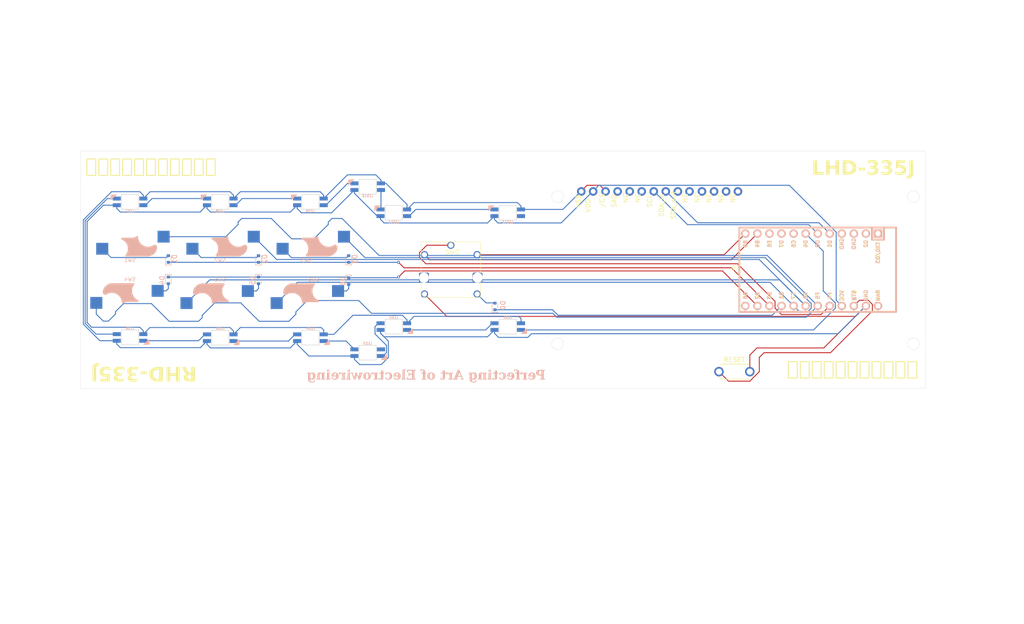
<source format=kicad_pcb>
(kicad_pcb (version 20240108) (generator "pcbnew") (generator_version "8.0")
  (layers (0 "F.Cu" signal) (31 "B.Cu" signal) (34 "B.Paste" user) (35 "F.Paste" user) (36 "B.SilkS" user "B.Silkscreen") (37 "F.SilkS" user "F.Silkscreen") (38 "B.Mask" user) (39 "F.Mask" user) (44 "Edge.Cuts" user))
  (net 0 "")
  (net 1 "Row1")
  (net 2 "Net-(D1-A)")
  (net 3 "Net-(D2-A)")
  (net 4 "Net-(D3-A)")
  (net 5 "Net-(D4-A)")
  (net 6 "Row2")
  (net 7 "Net-(D5-A)")
  (net 8 "Net-(D6-A)")
  (net 9 "Row0")
  (net 10 "LED")
  (net 11 "VCC")
  (net 12 "Net-(LED1-DOUT)")
  (net 13 "GND")
  (net 14 "Net-(LED2-DOUT)")
  (net 15 "Net-(LED3-DOUT)")
  (net 16 "Net-(LED4-DOUT)")
  (net 17 "Net-(LED5-DOUT)")
  (net 18 "Net-(LED6-DOUT)")
  (net 19 "Net-(LED7-DOUT)")
  (net 20 "Net-(LED8-DOUT)")
  (net 21 "Net-(LED10-DIN)")
  (net 22 "Net-(LED10-DOUT)")
  (net 23 "Net-(LED11-DOUT)")
  (net 25 "Col0")
  (net 26 "RE_B")
  (net 27 "RE_A")
  (net 28 "Col1")
  (net 29 "Reset")
  (net 30 "Col2")
  (net 31 "Col3")
  (net 32 "Net-(D0-A)")
  (net 38 "SDA")
  (net 39 "SCL")
  (footprint "Keebio-Parts.pretty-master:ArduinoProMicro" (layer "F.Cu") (at 200.03 75.005 180)
    (property "Reference" "U3" (hide yes))
    (property "Value" "ProMicro" (hide yes))
  )
  (footprint "kbd-main:ResetSW" (layer "F.Cu") (at 183.75 96.5 180)
    (property "Reference" "SW9" (hide yes))
    (property "Value" "SW_PUSH")
  )
  (footprint "AKI-SO1602AWGB:SO1602AWWB-UC-WB-U" (layer "F.Cu") (at 184 75.1)
    (property "Reference" "U1")
    (property "Value" "SO1602AWWB-UC-WB-U")
    (fp_circle (center -37.5 -15.5) (end -36.25 -15.5) (stroke (width 0.05)) (fill none) (layer "Edge.Cuts"))
    (fp_circle (center -37.5 15.5) (end -36.25 15.5) (stroke (width 0.05)) (fill none) (layer "Edge.Cuts"))
    (fp_circle (center 37.5 -15.5) (end 38.75 -15.5) (stroke (width 0.05)) (fill none) (layer "Edge.Cuts"))
    (fp_circle (center 37.5 15.5) (end 38.75 15.5) (stroke (width 0.05)) (fill none) (layer "Edge.Cuts"))
  )
  (footprint "z:EC12D1524406" (layer "F.Cu") (at 124.01 74.99)
    (property "Reference" "SW0")
    (property "Value" "RotaryEncoder_Switch")
  )
  (footprint "kbd-main:keyswitch_cherrymx_hotswap_1u" (layer "B.Cu") (at 56.415 84.54 180)
    (property "Reference" "SW4")
    (property "Value" "SW_PUSH" (hide yes))
  )
  (footprint "kbd-main:YS-SK6812MINI-E" (layer "B.Cu") (at 94.4375 60.7)
    (property "Reference" "LED9")
    (property "Value" "LED_SK6812MINI-E" (hide yes))
    (fp_line (start -1.8 -1.55) (end -1.8 1.55) (stroke (width 0.1)) (layer "Edge.Cuts"))
    (fp_line (start -1.8 1.55) (end 1.8 1.55) (stroke (width 0.1)) (layer "Edge.Cuts"))
    (fp_line (start 1.8 -1.55) (end -1.8 -1.55) (stroke (width 0.1)) (layer "Edge.Cuts"))
    (fp_line (start 1.8 1.55) (end 1.8 -1.55) (stroke (width 0.1)) (layer "Edge.Cuts"))
  )
  (footprint "kbd-main:keyswitch_cherrymx_hotswap_1u" (layer "B.Cu") (at 94.42 65.5)
    (property "Reference" "SW3")
    (property "Value" "SW_PUSH" (hide yes))
  )
  (footprint "kbd-main:YS-SK6812MINI-E" (layer "B.Cu") (at 106.5 57.5)
    (property "Reference" "LED10")
    (property "Value" "LED_SK6812MINI-E" (hide yes))
    (fp_line (start -1.8 -1.55) (end -1.8 1.55) (stroke (width 0.1)) (layer "Edge.Cuts"))
    (fp_line (start -1.8 1.55) (end 1.8 1.55) (stroke (width 0.1)) (layer "Edge.Cuts"))
    (fp_line (start 1.8 -1.55) (end -1.8 -1.55) (stroke (width 0.1)) (layer "Edge.Cuts"))
    (fp_line (start 1.8 1.55) (end 1.8 -1.55) (stroke (width 0.1)) (layer "Edge.Cuts"))
  )
  (footprint "kbd-main:keyswitch_cherrymx_hotswap_1u" (layer "B.Cu") (at 94.415 84.58 180)
    (property "Reference" "SW6")
    (property "Value" "SW_PUSH" (hide yes))
  )
  (footprint "kbd-main:YS-SK6812MINI-E" (layer "B.Cu") (at 75.4375 60.7)
    (property "Reference" "LED8")
    (property "Value" "LED_SK6812MINI-E" (hide yes))
    (fp_line (start -1.8 -1.55) (end -1.8 1.55) (stroke (width 0.1)) (layer "Edge.Cuts"))
    (fp_line (start -1.8 1.55) (end 1.8 1.55) (stroke (width 0.1)) (layer "Edge.Cuts"))
    (fp_line (start 1.8 -1.55) (end -1.8 -1.55) (stroke (width 0.1)) (layer "Edge.Cuts"))
    (fp_line (start 1.8 1.55) (end 1.8 -1.55) (stroke (width 0.1)) (layer "Edge.Cuts"))
  )
  (footprint "Diode_SMD:D_SOD-523" (layer "B.Cu") (at 64.5 77.25 -90)
    (property "Reference" "D4")
    (property "Value" "1N4148WT")
  )
  (footprint "kbd-main:YS-SK6812MINI-E" (layer "B.Cu") (at 56.4375 89.28125 180)
    (property "Reference" "LED6")
    (property "Value" "LED_SK6812MINI-E" (hide yes))
    (fp_line (start 1.8 1.55) (end 1.8 -1.55) (stroke (width 0.1)) (layer "Edge.Cuts"))
    (fp_line (start 1.8 -1.55) (end -1.8 -1.55) (stroke (width 0.1)) (layer "Edge.Cuts"))
    (fp_line (start -1.8 1.55) (end 1.8 1.55) (stroke (width 0.1)) (layer "Edge.Cuts"))
    (fp_line (start -1.8 -1.55) (end -1.8 1.55) (stroke (width 0.1)) (layer "Edge.Cuts"))
  )
  (footprint "kbd-main:keyswitch_cherrymx_hotswap_1u" (layer "B.Cu") (at 75.415 84.58 180)
    (property "Reference" "SW5")
    (property "Value" "SW_PUSH" (hide yes))
  )
  (footprint "Diode_SMD:D_SOD-523" (layer "B.Cu") (at 83.5 77.25 -90)
    (property "Reference" "D5")
    (property "Value" "1N4148WT")
  )
  (footprint "kbd-main:YS-SK6812MINI-E" (layer "B.Cu") (at 94.4375 89.3375 180)
    (property "Reference" "LED4")
    (property "Value" "LED_SK6812MINI-E" (hide yes))
    (fp_line (start 1.8 1.55) (end 1.8 -1.55) (stroke (width 0.1)) (layer "Edge.Cuts"))
    (fp_line (start 1.8 -1.55) (end -1.8 -1.55) (stroke (width 0.1)) (layer "Edge.Cuts"))
    (fp_line (start -1.8 1.55) (end 1.8 1.55) (stroke (width 0.1)) (layer "Edge.Cuts"))
    (fp_line (start -1.8 -1.55) (end -1.8 1.55) (stroke (width 0.1)) (layer "Edge.Cuts"))
  )
  (footprint "kbd-main:keyswitch_cherrymx_hotswap_1u" (layer "B.Cu") (at 56.42 65.5)
    (property "Reference" "SW1")
    (property "Value" "SW_PUSH" (hide yes))
  )
  (footprint "kbd-main:YS-SK6812MINI-E" (layer "B.Cu") (at 75.4375 89.3398 180)
    (property "Reference" "LED5")
    (property "Value" "LED_SK6812MINI-E" (hide yes))
    (fp_line (start 1.8 1.55) (end 1.8 -1.55) (stroke (width 0.1)) (layer "Edge.Cuts"))
    (fp_line (start 1.8 -1.55) (end -1.8 -1.55) (stroke (width 0.1)) (layer "Edge.Cuts"))
    (fp_line (start -1.8 1.55) (end 1.8 1.55) (stroke (width 0.1)) (layer "Edge.Cuts"))
    (fp_line (start -1.8 -1.55) (end -1.8 1.55) (stroke (width 0.1)) (layer "Edge.Cuts"))
  )
  (footprint "kbd-main:YS-SK6812MINI-E" (layer "B.Cu") (at 112 63)
    (property "Reference" "LED11")
    (property "Value" "LED_SK6812MINI-E" (hide yes))
    (fp_line (start -1.8 -1.55) (end -1.8 1.55) (stroke (width 0.1)) (layer "Edge.Cuts"))
    (fp_line (start -1.8 1.55) (end 1.8 1.55) (stroke (width 0.1)) (layer "Edge.Cuts"))
    (fp_line (start 1.8 -1.55) (end -1.8 -1.55) (stroke (width 0.1)) (layer "Edge.Cuts"))
    (fp_line (start 1.8 1.55) (end 1.8 -1.55) (stroke (width 0.1)) (layer "Edge.Cuts"))
  )
  (footprint "kbd-main:YS-SK6812MINI-E" (layer "B.Cu") (at 106.5 92.5 180)
    (property "Reference" "LED3")
    (property "Value" "LED_SK6812MINI-E" (hide yes))
    (fp_line (start 1.8 1.55) (end 1.8 -1.55) (stroke (width 0.1)) (layer "Edge.Cuts"))
    (fp_line (start 1.8 -1.55) (end -1.8 -1.55) (stroke (width 0.1)) (layer "Edge.Cuts"))
    (fp_line (start -1.8 1.55) (end 1.8 1.55) (stroke (width 0.1)) (layer "Edge.Cuts"))
    (fp_line (start -1.8 -1.55) (end -1.8 1.55) (stroke (width 0.1)) (layer "Edge.Cuts"))
  )
  (footprint "Diode_SMD:D_SOD-523" (layer "B.Cu") (at 83.5 72.75 90)
    (property "Reference" "D2")
    (property "Value" "1N4148WT")
  )
  (footprint "Diode_SMD:D_SOD-523" (layer "B.Cu") (at 64.5 72.75 90)
    (property "Reference" "D1")
    (property "Value" "1N4148WT")
  )
  (footprint "Diode_SMD:D_SOD-523" (layer "B.Cu") (at 133.3 82.75 90)
    (property "Reference" "D0")
    (property "Value" "1N4148WT")
  )
  (footprint "kbd-main:YS-SK6812MINI-E" (layer "B.Cu") (at 136 63)
    (property "Reference" "LED12")
    (property "Value" "LED_SK6812MINI-E" (hide yes))
    (fp_line (start -1.8 -1.55) (end -1.8 1.55) (stroke (width 0.1)) (layer "Edge.Cuts"))
    (fp_line (start -1.8 1.55) (end 1.8 1.55) (stroke (width 0.1)) (layer "Edge.Cuts"))
    (fp_line (start 1.8 -1.55) (end -1.8 -1.55) (stroke (width 0.1)) (layer "Edge.Cuts"))
    (fp_line (start 1.8 1.55) (end 1.8 -1.55) (stroke (width 0.1)) (layer "Edge.Cuts"))
  )
  (footprint "kbd-main:YS-SK6812MINI-E" (layer "B.Cu") (at 112 87 180)
    (property "Reference" "LED2")
    (property "Value" "LED_SK6812MINI-E" (hide yes))
    (fp_line (start 1.8 1.55) (end 1.8 -1.55) (stroke (width 0.1)) (layer "Edge.Cuts"))
    (fp_line (start 1.8 -1.55) (end -1.8 -1.55) (stroke (width 0.1)) (layer "Edge.Cuts"))
    (fp_line (start -1.8 1.55) (end 1.8 1.55) (stroke (width 0.1)) (layer "Edge.Cuts"))
    (fp_line (start -1.8 -1.55) (end -1.8 1.55) (stroke (width 0.1)) (layer "Edge.Cuts"))
  )
  (footprint "kbd-main:YS-SK6812MINI-E" (layer "B.Cu") (at 136 87 180)
    (property "Reference" "LED1")
    (property "Value" "LED_SK6812MINI-E" (hide yes))
    (fp_line (start 1.8 1.55) (end 1.8 -1.55) (stroke (width 0.1)) (layer "Edge.Cuts"))
    (fp_line (start 1.8 -1.55) (end -1.8 -1.55) (stroke (width 0.1)) (layer "Edge.Cuts"))
    (fp_line (start -1.8 1.55) (end 1.8 1.55) (stroke (width 0.1)) (layer "Edge.Cuts"))
    (fp_line (start -1.8 -1.55) (end -1.8 1.55) (stroke (width 0.1)) (layer "Edge.Cuts"))
  )
  (footprint "Diode_SMD:D_SOD-523" (layer "B.Cu") (at 102.5 72.75 90)
    (property "Reference" "D3")
    (property "Value" "1N4148WT")
  )
  (footprint "Diode_SMD:D_SOD-523" (layer "B.Cu") (at 102.5 77.40625 -90)
    (property "Reference" "D6")
    (property "Value" "1N4148WT")
  )
  (footprint "kbd-main:keyswitch_cherrymx_hotswap_1u" (layer "B.Cu") (at 75.42 65.5)
    (property "Reference" "SW2")
    (property "Value" "SW_PUSH" (hide yes))
  )
  (footprint "kbd-main:YS-SK6812MINI-E" (layer "B.Cu") (at 56.4375 60.7)
    (property "Reference" "LED7")
    (property "Value" "LED_SK6812MINI-E" (hide yes))
    (fp_line (start -1.8 -1.55) (end -1.8 1.55) (stroke (width 0.1)) (layer "Edge.Cuts"))
    (fp_line (start -1.8 1.55) (end 1.8 1.55) (stroke (width 0.1)) (layer "Edge.Cuts"))
    (fp_line (start 1.8 -1.55) (end -1.8 -1.55) (stroke (width 0.1)) (layer "Edge.Cuts"))
    (fp_line (start 1.8 1.55) (end 1.8 -1.55) (stroke (width 0.1)) (layer "Edge.Cuts"))
  )
  (gr_rect (start 46 50) (end 224 100) (stroke (width 0.05)) (fill none) (layer "Edge.Cuts"))
  (gr_text "Perfecting Art of Electrowireing" (at 144 98.5 0) (layer "B.SilkS") (effects (font (size 2 2) (thickness 0.3) (bold yes)) (justify left bottom mirror)))
  (gr_text "NC" (at 174 61 90) (layer "F.SilkS") (effects (font (size 1 1)) (justify left bottom)))
  (gr_text "NC" (at 179 61 90) (layer "F.SilkS") (effects (font (size 1 1)) (justify left bottom)))
  (gr_text "ﾉﾉﾉﾉﾉアﾉﾚパイソ" (at 47 55 0) (layer "F.SilkS") (effects (font (size 3 3) (thickness 0.6) (bold yes) (italic yes)) (justify left bottom)))
  (gr_text "SCL" (at 166.5 62 90) (layer "F.SilkS") (effects (font (size 1 1)) (justify left bottom)))
  (gr_text "NC" (at 164 61 90) (layer "F.SilkS") (effects (font (size 1 1)) (justify left bottom)))
  (gr_text "NC" (at 176.5 61 90) (layer "F.SilkS") (effects (font (size 1 1)) (justify left bottom)))
  (gr_text "NC" (at 184 61 90) (layer "F.SilkS") (effects (font (size 1 1)) (justify left bottom)))
  (gr_text "VSS" (at 151.5 62 90) (layer "F.SilkS") (effects (font (size 1 1)) (justify left bottom)))
  (gr_text "SDA_out" (at 171.5 64.5 90) (layer "F.SilkS") (effects (font (size 1 1)) (justify left bottom)))
  (gr_text "SDA_in" (at 169 64 90) (layer "F.SilkS") (effects (font (size 1 1)) (justify left bottom)))
  (gr_text "VDD" (at 153.5 63 90) (layer "F.SilkS") (effects (font (size 1 1)) (justify left bottom)))
  (gr_text "LHD-335J" (at 200 55.5 0) (layer "F.SilkS") (effects (font (size 3 3) (thickness 0.3) (bold yes)) (justify left bottom)))
  (gr_text "SA0" (at 159 62 90) (layer "F.SilkS") (effects (font (size 1 1)) (justify left bottom)))
  (gr_text "/CS" (at 156.5 62 90) (layer "F.SilkS") (effects (font (size 1 1)) (justify left bottom)))
  (gr_text "ﾉﾉﾉﾉﾉアﾉﾚパイソ" (at 222.5 94.5 180) (layer "F.SilkS") (effects (font (size 3 3) (thickness 0.3) (bold yes) (italic yes)) (justify left bottom)))
  (gr_text "NC" (at 161.5 61 90) (layer "F.SilkS") (effects (font (size 1 1)) (justify left bottom)))
  (gr_text "RHD-335J" (at 70.5 95 180) (layer "F.SilkS") (effects (font (size 3 3) (thickness 0.3) (bold yes)) (justify left bottom)))
  (gr_text "NC" (at 181.5 61 90) (layer "F.SilkS") (effects (font (size 1 1)) (justify left bottom)))
  (segment (start 113 73.45) (end 114.15 74.6) (width 0.2) (layer "F.Cu") (net 1))
  (segment (start 191.14 82.625) (end 183.7575 75.2425) (width 0.2) (layer "F.Cu") (net 1))
  (segment (start 114.15 74.6) (end 183.115 74.6) (width 0.2) (layer "F.Cu") (net 1))
  (segment (start 183.115 74.6) (end 183.7575 75.2425) (width 0.2) (layer "F.Cu") (net 1))
  (via (at 113 73.45) (size 0.6) (drill 0.3) (layers "F.Cu" "B.Cu") (net 1))
  (segment (start 64.5 73.45) (end 83.5 73.45) (width 0.2) (layer "B.Cu") (net 1))
  (segment (start 102.5 73.45) (end 83.5 73.45) (width 0.2) (layer "B.Cu") (net 1))
  (segment (start 113 73.45) (end 102.5 73.45) (width 0.2) (layer "B.Cu") (net 1))
  (segment (start 52.428 72.43) (end 64.12 72.43) (width 0.2) (layer "B.Cu") (net 2))
  (segment (start 50.578 70.58) (end 52.428 72.43) (width 0.2) (layer "B.Cu") (net 2))
  (segment (start 64.12 72.43) (end 64.5 72.05) (width 0.2) (layer "B.Cu") (net 2))
  (segment (start 69.578 70.58) (end 71.428 72.43) (width 0.2) (layer "B.Cu") (net 3))
  (segment (start 71.428 72.43) (end 83.12 72.43) (width 0.2) (layer "B.Cu") (net 3))
  (segment (start 83.12 72.43) (end 83.5 72.05) (width 0.2) (layer "B.Cu") (net 3))
  (segment (start 88.578 70.58) (end 88.578 71.728) (width 0.2) (layer "B.Cu") (net 4))
  (segment (start 102.1 72.45) (end 102.5 72.05) (width 0.2) (layer "B.Cu") (net 4))
  (segment (start 88.578 70.58) (end 90.448 72.45) (width 0.2) (layer "B.Cu") (net 4))
  (segment (start 90.448 72.45) (end 102.1 72.45) (width 0.2) (layer "B.Cu") (net 4))
  (segment (start 62.257 79.46) (end 64.04 79.46) (width 0.2) (layer "B.Cu") (net 5))
  (segment (start 64.04 79.46) (end 64.5 79) (width 0.2) (layer "B.Cu") (net 5))
  (segment (start 64.5 79) (end 64.5 77.95) (width 0.2) (layer "B.Cu") (net 5))
  (segment (start 181.24 75.265) (end 188.6 82.625) (width 0.2) (layer "F.Cu") (net 6))
  (segment (start 113 76.55) (end 114.285 75.265) (width 0.2) (layer "F.Cu") (net 6))
  (segment (start 114.285 75.265) (end 181.24 75.265) (width 0.2) (layer "F.Cu") (net 6))
  (via (at 113 76.55) (size 0.6) (drill 0.3) (layers "F.Cu" "B.Cu") (net 6))
  (segment (start 64.5 76.55) (end 83.5 76.55) (width 0.2) (layer "B.Cu") (net 6))
  (segment (start 102.34375 76.55) (end 102.5 76.70625) (width 0.2) (layer "B.Cu") (net 6))
  (segment (start 83.5 76.55) (end 102.34375 76.55) (width 0.2) (layer "B.Cu") (net 6))
  (segment (start 112.84375 76.70625) (end 113 76.55) (width 0.2) (layer "B.Cu") (net 6))
  (segment (start 102.5 76.70625) (end 112.84375 76.70625) (width 0.2) (layer "B.Cu") (net 6))
  (segment (start 83 79.5) (end 83.5 79) (width 0.2) (layer "B.Cu") (net 7))
  (segment (start 81.257 79.5) (end 83 79.5) (width 0.2) (layer "B.Cu") (net 7))
  (segment (start 83.5 79) (end 83.5 77.95) (width 0.2) (layer "B.Cu") (net 7))
  (segment (start 100.257 79.5) (end 102 79.5) (width 0.2) (layer "B.Cu") (net 8))
  (segment (start 102.5 79) (end 102.5 78.10625) (width 0.2) (layer "B.Cu") (net 8))
  (segment (start 102 79.5) (end 102.5 79) (width 0.2) (layer "B.Cu") (net 8))
  (segment (start 145.45 83.45) (end 146.6 84.6) (width 0.2) (layer "B.Cu") (net 9))
  (segment (start 191.705 84.6) (end 193.68 82.625) (width 0.2) (layer "B.Cu") (net 9))
  (segment (start 146.6 84.6) (end 191.705 84.6) (width 0.2) (layer "B.Cu") (net 9))
  (segment (start 133.3 83.45) (end 145.45 83.45) (width 0.2) (layer "B.Cu") (net 9))
  (segment (start 138.8 87.7) (end 200.42854 87.7) (width 0.2) (layer "B.Cu") (net 10))
  (segment (start 202.4763 79.4763) (end 202.4763 71.1013) (width 0.2) (layer "B.Cu") (net 10))
  (segment (start 205.0163 82.0163) (end 202.4763 79.4763) (width 0.2) (layer "B.Cu") (net 10))
  (segment (start 202.4763 71.1013) (end 198.76 67.385) (width 0.2) (layer "B.Cu") (net 10))
  (segment (start 200.42854 87.7) (end 205.0163 83.11224) (width 0.2) (layer "B.Cu") (net 10))
  (segment (start 205.0163 83.11224) (end 205.0163 82.0163) (width 0.2) (layer "B.Cu") (net 10))
  (segment (start 131.75 65.15) (end 109.951472 65.15) (width 0.2) (layer "B.Cu") (net 11))
  (segment (start 60.62895 87.1898) (end 77.486028 87.1898) (width 0.2) (layer "B.Cu") (net 11))
  (segment (start 103.7 58.898528) (end 103.7 58.2) (width 0.2) (layer "B.Cu") (net 11))
  (segment (start 113.799828 84.6013) (end 103.3987 84.6013) (width 0.2) (layer "B.Cu") (net 11))
  (segment (start 109.2 64.398528) (end 109.2 63.7) (width 0.2) (layer "B.Cu") (net 11))
  (segment (start 54.388972 62.85) (end 53.6375 62.098528) (width 0.2) (layer "B.Cu") (net 11))
  (segment (start 72.6375 62.098528) (end 72.6375 61.4) (width 0.2) (layer "B.Cu") (net 11))
  (segment (start 109.951472 65.15) (end 109.2 64.398528) (width 0.2) (layer "B.Cu") (net 11))
  (segment (start 195.31854 57.2) (end 205.2037 67.08516) (width 0.2) (layer "B.Cu") (net 11))
  (segment (start 108.501472 63.7) (end 103.7 58.898528) (width 0.2) (layer "B.Cu") (net 11))
  (segment (start 91.6375 62.098528) (end 92.538972 63) (width 0.2) (layer "B.Cu") (net 11))
  (segment (start 116.25 84.85) (end 138.35 84.85) (width 0.2) (layer "B.Cu") (net 11))
  (segment (start 98.9 63) (end 103.7 58.2) (width 0.2) (layer "B.Cu") (net 11))
  (segment (start 53.6375 62.098528) (end 53.6375 61.4) (width 0.2) (layer "B.Cu") (net 11))
  (segment (start 58.486028 87.13125) (end 59.2375 87.882722) (width 0.2) (layer "B.Cu") (net 11))
  (segment (start 114.8 86.3) (end 116.25 84.85) (width 0.2) (layer "B.Cu") (net 11))
  (segment (start 97.2375 87.7375) (end 97.2375 88.6375) (width 0.2) (layer "B.Cu") (net 11))
  (segment (start 138.8 85.3) (end 138.8 86.3) (width 0.2) (layer "B.Cu") (net 11))
  (segment (start 103.3987 84.6013) (end 99.3625 88.6375) (width 0.2) (layer "B.Cu") (net 11))
  (segment (start 154 58.4) (end 155.2 57.2) (width 0.2) (layer "B.Cu") (net 11))
  (segment (start 109.2 63.7) (end 108.501472 63.7) (width 0.2) (layer "B.Cu") (net 11))
  (segment (start 90.1875 62.85) (end 73.388972 62.85) (width 0.2) (layer "B.Cu") (net 11))
  (segment (start 73.388972 62.85) (end 72.6375 62.098528) (width 0.2) (layer "B.Cu") (net 11))
  (segment (start 53.6375 61.4) (end 50.831372 61.4) (width 0.2) (layer "B.Cu") (net 11))
  (segment (start 205.2037 67.08516) (end 205.2037 81.4487) (width 0.2) (layer "B.Cu") (net 11))
  (segment (start 71.1875 62.85) (end 54.388972 62.85) (width 0.2) (layer "B.Cu") (net 11))
  (segment (start 133.2 64.398528) (end 133.951472 65.15) (width 0.2) (layer "B.Cu") (net 11))
  (segment (start 96.6875 87.1875) (end 97.2375 87.7375) (width 0.2) (layer "B.Cu") (net 11))
  (segment (start 50.831372 61.4) (end 47.4 64.831372) (width 0.2) (layer "B.Cu") (net 11))
  (segment (start 78.2375 88.6398) (end 79.6898 87.1875) (width 0.2) (layer "B.Cu") (net 11))
  (segment (start 77.486028 87.1898) (end 78.2375 87.941272) (width 0.2) (layer "B.Cu") (net 11))
  (segment (start 147.25 65.15) (end 154 58.4) (width 0.2) (layer "B.Cu") (net 11))
  (segment (start 91.6375 61.4) (end 90.1875 62.85) (width 0.2) (layer "B.Cu") (net 11))
  (segment (start 59.2375 88.58125) (end 60.62895 87.1898) (width 0.2) (layer "B.Cu") (net 11))
  (segment (start 92.538972 63) (end 98.9 63) (width 0.2) (layer "B.Cu") (net 11))
  (segment (start 114.8 85.601472) (end 113.799828 84.6013) (width 0.2) (layer "B.Cu") (net 11))
  (segment (start 133.2 63.7) (end 131.75 65.15) (width 0.2) (layer "B.Cu") (net 11))
  (segment (start 48.362622 87.13125) (end 58.486028 87.13125) (width 0.2) (layer "B.Cu") (net 11))
  (segment (start 133.2 63.7) (end 133.2 64.398528) (width 0.2) (layer "B.Cu") (net 11))
  (segment (start 72.6375 61.4) (end 71.1875 62.85) (width 0.2) (layer "B.Cu") (net 11))
  (segment (start 47.4 64.831372) (end 47.4 86.168628) (width 0.2) (layer "B.Cu") (net 11))
  (segment (start 138.35 84.85) (end 138.8 85.3) (width 0.2) (layer "B.Cu") (net 11))
  (segment (start 155.2 57.2) (end 195.31854 57.2) (width 0.2) (layer "B.Cu") (net 11))
  (segment (start 99.3625 88.6375) (end 97.2375 88.6375) (width 0.2) (layer "B.Cu") (net 11))
  (segment (start 91.6375 61.4) (end 91.6375 62.098528) (width 0.2) (layer "B.Cu") (net 11))
  (segment (start 59.2375 87.882722) (end 59.2375 88.58125) (width 0.2) (layer "B.Cu") (net 11))
  (segment (start 47.4 86.168628) (end 48.362622 87.13125) (width 0.2) (layer "B.Cu") (net 11))
  (segment (start 79.6898 87.1875) (end 96.6875 87.1875) (width 0.2) (layer "B.Cu") (net 11))
  (segment (start 205.2037 81.4487) (end 206.38 82.625) (width 0.2) (layer "B.Cu") (net 11))
  (segment (start 133.951472 65.15) (end 147.25 65.15) (width 0.2) (layer "B.Cu") (net 11))
  (segment (start 114.8 86.3) (end 114.8 85.601472) (width 0.2) (layer "B.Cu") (net 11))
  (segment (start 78.2375 87.941272) (end 78.2375 88.6398) (width 0.2) (layer "B.Cu") (net 11))
  (segment (start 132.7625 86.3) (end 131.3625 87.7) (width 0.2) (layer "B.Cu") (net 12))
  (segment (start 131.3625 87.7) (end 114.8 87.7) (width 0.2) (layer "B.Cu") (net 12))
  (segment (start 133.2 86.3) (end 132.7625 86.3) (width 0.2) (layer "B.Cu") (net 12))
  (segment (start 187 96.5) (end 187 93) (width 0.2) (layer "F.Cu") (net 13))
  (segment (start 188.5 91.5) (end 202.585 91.5) (width 0.2) (layer "F.Cu") (net 13))
  (segment (start 151.5 58.4) (end 152.7 57.2) (width 0.2) (layer "F.Cu") (net 13))
  (segment (start 202.585 91.5) (end 211.46 82.625) (width 0.2) (layer "F.Cu") (net 13))
  (segment (start 123.17 84.85) (end 209.235 84.85) (width 0.2) (layer "F.Cu") (net 13))
  (segment (start 155.4155 57.2) (end 156.6155 58.4) (width 0.2) (layer "F.Cu") (net 13))
  (segment (start 152.7 57.2) (end 155.4155 57.2) (width 0.2) (layer "F.Cu") (net 13))
  (segment (start 187 93) (end 188.5 91.5) (width 0.2) (layer "F.Cu") (net 13))
  (segment (start 209.235 84.85) (end 211.46 82.625) (width 0.2) (layer "F.Cu") (net 13))
  (segment (start 118.46 80.14) (end 123.17 84.85) (width 0.2) (layer "F.Cu") (net 13))
  (segment (start 97.2375 60) (end 97.2375 59.301472) (width 0.2) (layer "B.Cu") (net 13))
  (segment (start 109.951472 89.15) (end 131.75 89.15) (width 0.2) (layer "B.Cu") (net 13))
  (segment (start 53.6375 89.98125) (end 53.6375 90.679778) (width 0.2) (layer "B.Cu") (net 13))
  (segment (start 138.048528 60.85) (end 116.25 60.85) (width 0.2) (layer "B.Cu") (net 13))
  (segment (start 59.2375 59.301472) (end 58.486028 58.55) (width 0.2) (layer "B.Cu") (net 13))
  (segment (start 46.6 86.5) (end 50.08125 89.98125) (width 0.2) (layer "B.Cu") (net 13))
  (segment (start 90.1852 91.4898) (end 91.6375 90.0375) (width 0.2) (layer "B.Cu") (net 13))
  (segment (start 109.3 56.101472) (end 108.198528 55) (width 0.2) (layer "B.Cu") (net 13))
  (segment (start 79.6875 58.55) (end 78.2375 60) (width 0.2) (layer "B.Cu") (net 13))
  (segment (start 78.2375 59.301472) (end 77.486028 58.55) (width 0.2) (layer "B.Cu") (net 13))
  (segment (start 104.801472 95) (end 109.3625 95) (width 0.2) (layer "B.Cu") (net 13))
  (segment (start 58.486028 58.55) (end 52.55 58.55) (width 0.2) (layer "B.Cu") (net 13))
  (segment (start 138.8 62.3) (end 147.6 62.3) (width 0.2) (layer "B.Cu") (net 13))
  (segment (start 60.6875 58.55) (end 59.2375 60) (width 0.2) (layer "B.Cu") (net 13))
  (segment (start 114.8 61.25) (end 110.35 56.8) (width 0.2) (layer "B.Cu") (net 13))
  (segment (start 109.2 88.398528) (end 109.951472 89.15) (width 0.2) (layer "B.Cu") (net 13))
  (segment (start 110.5 93.8625) (end 110.85 93.5125) (width 0.2) (layer "B.Cu") (net 13))
  (segment (start 109.2 88.398528) (end 109.2 87.7) (width 0.2) (layer "B.Cu") (net 13))
  (segment (start 96.486028 58.55) (end 79.6875 58.55) (width 0.2) (layer "B.Cu") (net 13))
  (segment (start 78.2375 60) (end 78.2375 59.301472) (width 0.2) (layer "B.Cu") (net 13))
  (segment (start 138.8 61.601472) (end 138.048528 60.85) (width 0.2) (layer "B.Cu") (net 13))
  (segment (start 50.08125 89.98125) (end 53.6375 89.98125) (width 0.2) (layer "B.Cu") (net 13))
  (segment (start 52.55 58.55) (end 46.6 64.5) (width 0.2) (layer "B.Cu") (net 13))
  (segment (start 131.75 89.15) (end 133.2 87.7) (width 0.2) (layer "B.Cu") (net 13))
  (segment (start 77.486028 58.55) (end 60.6875 58.55) (width 0.2) (layer "B.Cu") (net 13))
  (segment (start 116.25 60.85) (end 114.8 62.3) (width 0.2) (layer "B.Cu") (net 13))
  (segment (start 97.2375 59.301472) (end 96.486028 58.55) (width 0.2) (layer "B.Cu") (net 13))
  (segment (start 140.223748 89.276252) (end 141 88.5) (width 0.2) (layer "B.Cu") (net 13))
  (segment (start 114.8 62.3) (end 114.8 61.25) (width 0.2) (layer "B.Cu") (net 13))
  (segment (start 103.7 93.898528) (end 104.801472 95) (width 0.2) (layer "B.Cu") (net 13))
  (segment (start 53.6375 90.679778) (end 54.388972 91.43125) (width 0.2) (layer "B.Cu") (net 13))
  (segment (start 91.6375 90.736028) (end 94.101472 93.2) (width 0.2) (layer "B.Cu") (net 13))
  (segment (start 108.198528 55) (end 102.2375 55) (width 0.2) (layer "B.Cu") (net 13))
  (segment (start 109.3625 95) (end 110.5 93.8625) (width 0.2) (layer "B.Cu") (net 13))
  (segment (start 54.388972 91.43125) (end 71.24605 91.43125) (width 0.2) (layer "B.Cu") (net 13))
  (segment (start 110.35 56.8) (end 109.3 56.8) (width 0.2) (layer "B.Cu") (net 13))
  (segment (start 102.2375 55) (end 97.2375 60) (width 0.2) (layer "B.Cu") (net 13))
  (segment (start 110.85 90.048528) (end 109.2 88.398528) (width 0.2) (layer "B.Cu") (net 13))
  (segment (start 109.3 56.8) (end 109.3 56.101472) (width 0.2) (layer "B.Cu") (net 13))
  (segment (start 72.6375 90.0398) (end 72.6375 90.738328) (width 0.2) (layer "B.Cu") (net 13))
  (segment (start 94.101472 93.2) (end 103.7 93.2) (width 0.2) (layer "B.Cu") (net 13))
  (segment (start 46.6 64.5) (end 46.6 86.5) (width 0.2) (layer "B.Cu") (net 13))
  (segment (start 133.2 88.398528) (end 134.077724 89.276252) (width 0.2) (layer "B.Cu") (net 13))
  (segment (start 205.585 88.5) (end 211.46 82.625) (width 0.2) (layer "B.Cu") (net 13))
  (segment (start 134.077724 89.276252) (end 140.223748 89.276252) (width 0.2) (layer "B.Cu") (net 13))
  (segment (start 147.6 62.3) (end 151.5 58.4) (width 0.2) (layer "B.Cu") (net 13))
  (segment (start 72.6375 90.738328) (end 73.388972 91.4898) (width 0.2) (layer "B.Cu") (net 13))
  (segment (start 141 88.5) (end 205.585 88.5) (width 0.2) (layer "B.Cu") (net 13))
  (segment (start 91.6375 90.0375) (end 91.6375 90.736028) (width 0.2) (layer "B.Cu") (net 13))
  (segment (start 133.2 87.7) (end 133.2 88.398528) (width 0.2) (layer "B.Cu") (net 13))
  (segment (start 59.2375 60) (end 59.2375 59.301472) (width 0.2) (layer "B.Cu") (net 13))
  (segment (start 110.85 93.5125) (end 110.85 90.048528) (width 0.2) (layer "B.Cu") (net 13))
  (segment (start 73.388972 91.4898) (end 90.1852 91.4898) (width 0.2) (layer "B.Cu") (net 13))
  (segment (start 103.7 93.2) (end 103.7 93.898528) (width 0.2) (layer "B.Cu") (net 13))
  (segment (start 138.8 62.3) (end 138.8 61.601472) (width 0.2) (layer "B.Cu") (net 13))
  (segment (start 71.24605 91.43125) (end 72.6375 90.0398) (width 0.2) (layer "B.Cu") (net 13))
  (segment (start 109.3 93.2) (end 109.7375 93.2) (width 0.2) (layer "B.Cu") (net 14))
  (segment (start 109.7375 93.2) (end 110.45 92.4875) (width 0.2) (layer "B.Cu") (net 14))
  (segment (start 108.05 87.0125) (end 108.7625 86.3) (width 0.2) (layer "B.Cu") (net 14))
  (segment (start 110.45 92.4875) (end 110.45 90.95) (width 0.2) (layer "B.Cu") (net 14))
  (segment (start 108.05 88.55) (end 108.05 87.0125) (width 0.2) (layer "B.Cu") (net 14))
  (segment (start 110.45 90.95) (end 108.05 88.55) (width 0.2) (layer "B.Cu") (net 14))
  (segment (start 108.7625 86.3) (end 109.2 86.3) (width 0.2) (layer "B.Cu") (net 14))
  (segment (start 97.2375 90.0375) (end 101.9375 90.0375) (width 0.2) (layer "B.Cu") (net 15))
  (segment (start 101.9375 90.0375) (end 103.7 91.8) (width 0.2) (layer "B.Cu") (net 15))
  (segment (start 91.2 88.6375) (end 89.7977 90.0398) (width 0.2) (layer "B.Cu") (net 16))
  (segment (start 89.7977 90.0398) (end 78.2375 90.0398) (width 0.2) (layer "B.Cu") (net 16))
  (segment (start 91.6375 88.6375) (end 91.2 88.6375) (width 0.2) (layer "B.Cu") (net 16))
  (segment (start 70.85855 89.98125) (end 59.2375 89.98125) (width 0.2) (layer "B.Cu") (net 17))
  (segment (start 72.6375 88.6398) (end 72.2 88.6398) (width 0.2) (layer "B.Cu") (net 17))
  (segment (start 72.2 88.6398) (end 70.85855 89.98125) (width 0.2) (layer "B.Cu") (net 17))
  (segment (start 53.6375 60) (end 51.665686 60) (width 0.2) (layer "B.Cu") (net 18))
  (segment (start 49.246936 88.58125) (end 53.6375 88.58125) (width 0.2) (layer "B.Cu") (net 18))
  (segment (start 51.665686 60) (end 47 64.665686) (width 0.2) (layer "B.Cu") (net 18))
  (segment (start 47 86.334314) (end 49.246936 88.58125) (width 0.2) (layer "B.Cu") (net 18))
  (segment (start 47 64.665686) (end 47 86.334314) (width 0.2) (layer "B.Cu") (net 18))
  (segment (start 59.2375 61.4) (end 59.675 61.4) (width 0.2) (layer "B.Cu") (net 19))
  (segment (start 59.675 61.4) (end 61.075 60) (width 0.2) (layer "B.Cu") (net 19))
  (segment (start 61.075 60) (end 72.6375 60) (width 0.2) (layer "B.Cu") (net 19))
  (segment (start 78.2375 61.4) (end 78.675 61.4) (width 0.2) (layer "B.Cu") (net 20))
  (segment (start 80.075 60) (end 91.6375 60) (width 0.2) (layer "B.Cu") (net 20))
  (segment (start 78.675 61.4) (end 80.075 60) (width 0.2) (layer "B.Cu") (net 20))
  (segment (start 97.2375 61.4) (end 97.675 61.4) (width 0.2) (layer "B.Cu") (net 21))
  (segment (start 102.275 56.8) (end 103.7 56.8) (width 0.2) (layer "B.Cu") (net 21))
  (segment (start 97.675 61.4) (end 102.275 56.8) (width 0.2) (layer "B.Cu") (net 21))
  (segment (start 109.3 58.2) (end 109.3 62.2) (width 0.2) (layer "B.Cu") (net 22))
  (segment (start 109.3 62.2) (end 109.2 62.3) (width 0.2) (layer "B.Cu") (net 22))
  (segment (start 116.6375 62.3) (end 133.2 62.3) (width 0.2) (layer "B.Cu") (net 23))
  (segment (start 115.2375 63.7) (end 116.6375 62.3) (width 0.2) (layer "B.Cu") (net 23))
  (segment (start 114.8 63.7) (end 115.2375 63.7) (width 0.2) (layer "B.Cu") (net 23))
  (segment (start 184.39854 73.75) (end 192.3163 81.66776) (width 0.2) (layer "F.Cu") (net 25))
  (segment (start 193.65406 84.45) (end 202.015 84.45) (width 0.2) (layer "F.Cu") (net 25))
  (segment (start 117.398 72.398) (end 118.75 73.75) (width 0.2) (layer "F.Cu") (net 25))
  (segment (start 124.01 69.84) (end 118.958105 69.84) (width 0.2) (layer "F.Cu") (net 25))
  (segment (start 118.75 73.75) (end 184.39854 73.75) (width 0.2) (layer "F.Cu") (net 25))
  (segment (start 192.3163 81.66776) (end 192.3163 83.11224) (width 0.2) (layer "F.Cu") (net 25))
  (segment (start 202.015 84.45) (end 203.84 82.625) (width 0.2) (layer "F.Cu") (net 25))
  (segment (start 117.398 71.400105) (end 117.398 72.398) (width 0.2) (layer "F.Cu") (net 25))
  (segment (start 192.3163 83.11224) (end 193.65406 84.45) (width 0.2) (layer "F.Cu") (net 25))
  (segment (start 118.958105 69.84) (end 117.398 71.400105) (width 0.2) (layer "F.Cu") (net 25))
  (segment (start 181.605 71.84) (end 186.06 67.385) (width 0.2) (layer "F.Cu") (net 26))
  (segment (start 129.56 71.84) (end 129.56 71.94) (width 0.2) (layer "F.Cu") (net 26))
  (segment (start 129.56 71.94) (end 129.5 72) (width 0.2) (layer "F.Cu") (net 26))
  (segment (start 129.56 71.84) (end 181.605 71.84) (width 0.2) (layer "F.Cu") (net 26))
  (segment (start 118.46 71.84) (end 119.522 72.902) (width 0.2) (layer "F.Cu") (net 27))
  (segment (start 183.083 72.902) (end 188.6 67.385) (width 0.2) (layer "F.Cu") (net 27))
  (segment (start 119.522 72.902) (end 183.083 72.902) (width 0.2) (layer "F.Cu") (net 27))
  (segment (start 79.2 64.961522) (end 79.961522 64.2) (width 0.2) (layer "B.Cu") (net 28))
  (segment (start 91.371295 83.89) (end 91.371295 84.382183) (width 0.2) (layer "B.Cu") (net 28))
  (segment (start 190.675 72) (end 201.3 82.625) (width 0.2) (layer "B.Cu") (net 28))
  (segment (start 50.796522 85.84) (end 49.33 84.373478) (width 0.2) (layer "B.Cu") (net 28))
  (segment (start 63.505 68.04) (end 76.613705 68.04) (width 0.2) (layer "B.Cu") (net 28))
  (segment (start 60.933478 82.14) (end 55.081295 82.14) (width 0.2) (layer "B.Cu") (net 28))
  (segment (start 74.261295 82) (end 71.635 84.626295) (width 0.2) (layer "B.Cu") (net 28))
  (segment (start 79.961522 64.2) (end 86.201522 64.2) (width 0.2) (layer "B.Cu") (net 28))
  (segment (start 198.925 85) (end 146.2987 85) (width 0.2) (layer "B.Cu") (net 28))
  (segment (start 201.3 82.625) (end 198.925 85) (width 0.2) (layer "B.Cu") (net 28))
  (segment (start 55.081295 82.14) (end 53.371295 83.85) (width 0.2) (layer "B.Cu") (net 28))
  (segment (start 86.201522 64.2) (end 90.501522 68.5) (width 0.2) (layer "B.Cu") (net 28))
  (segment (start 98.2 65.453705) (end 98.2 64.961522) (width 0.2) (layer "B.Cu") (net 28))
  (segment (start 53.371295 83.85) (end 53.371295 84.342183) (width 0.2) (layer "B.Cu") (net 28))
  (segment (start 79.2 65.453705) (end 79.2 64.961522) (width 0.2) (layer "B.Cu") (net 28))
  (segment (start 49.33 84.373478) (end 49.33 82) (width 0.2) (layer "B.Cu") (net 28))
  (segment (start 107.2987 84.2013) (end 104.5974 81.5) (width 0.2) (layer "B.Cu") (net 28))
  (segment (start 98.2 64.961522) (end 98.961522 64.2) (width 0.2) (layer "B.Cu") (net 28))
  (segment (start 145.5 84.2013) (end 107.2987 84.2013) (width 0.2) (layer "B.Cu") (net 28))
  (segment (start 93.761295 81.5) (end 91.371295 83.89) (width 0.2) (layer "B.Cu") (net 28))
  (segment (start 53.371295 84.342183) (end 51.873478 85.84) (width 0.2) (layer "B.Cu") (net 28))
  (segment (start 83.633478 85.88) (end 79.753478 82) (width 0.2) (layer "B.Cu") (net 28))
  (segment (start 98.961522 64.2) (end 101.1 64.2) (width 0.2) (layer "B.Cu") (net 28))
  (segment (start 108.9 72) (end 190.675 72) (width 0.2) (layer "B.Cu") (net 28))
  (segment (start 146.2987 85) (end 145.5 84.2013) (width 0.2) (layer "B.Cu") (net 28))
  (segment (start 91.371295 84.382183) (end 89.873478 85.88) (width 0.2) (layer "B.Cu") (net 28))
  (segment (start 90.501522 68.5) (end 95.153705 68.5) (width 0.2) (layer "B.Cu") (net 28))
  (segment (start 95.153705 68.5) (end 98.2 65.453705) (width 0.2) (layer "B.Cu") (net 28))
  (segment (start 79.753478 82) (end 74.261295 82) (width 0.2) (layer "B.Cu") (net 28))
  (segment (start 76.613705 68.04) (end 79.2 65.453705) (width 0.2) (layer "B.Cu") (net 28))
  (segment (start 70.873478 85.88) (end 64.673478 85.88) (width 0.2) (layer "B.Cu") (net 28))
  (segment (start 51.873478 85.84) (end 50.796522 85.84) (width 0.2) (layer "B.Cu") (net 28))
  (segment (start 71.635 85.118478) (end 70.873478 85.88) (width 0.2) (layer "B.Cu") (net 28))
  (segment (start 71.635 84.626295) (end 71.635 85.118478) (width 0.2) (layer "B.Cu") (net 28))
  (segment (start 89.873478 85.88) (end 83.633478 85.88) (width 0.2) (layer "B.Cu") (net 28))
  (segment (start 101.1 64.2) (end 108.9 72) (width 0.2) (layer "B.Cu") (net 28))
  (segment (start 64.673478 85.88) (end 60.933478 82.14) (width 0.2) (layer "B.Cu") (net 28))
  (segment (start 104.5974 81.5) (end 93.761295 81.5) (width 0.2) (layer "B.Cu") (net 28))
  (segment (start 189 96.5) (end 187 98.5) (width 0.2) (layer "F.Cu") (net 29))
  (segment (start 204 92.5) (end 190 92.5) (width 0.2) (layer "F.Cu") (net 29))
  (segment (start 211.94724 81.4487) (end 212.8237 82.32516) (width 0.2) (layer "F.Cu") (net 29))
  (segment (start 189 93.5) (end 189 96.5) (width 0.2) (layer "F.Cu") (net 29))
  (segment (start 182.5 98.5) (end 180.5 96.5) (width 0.2) (layer "F.Cu") (net 29))
  (segment (start 190 92.5) (end 189 93.5) (width 0.2) (layer "F.Cu") (net 29))
  (segment (start 210.0963 81.4487) (end 211.94724 81.4487) (width 0.2) (layer "F.Cu") (net 29))
  (segment (start 212.8237 82.32516) (end 212.8237 83.6763) (width 0.2) (layer "F.Cu") (net 29))
  (segment (start 212.8237 83.6763) (end 204 92.5) (width 0.2) (layer "F.Cu") (net 29))
  (segment (start 187 98.5) (end 182.5 98.5) (width 0.2) (layer "F.Cu") (net 29))
  (segment (start 208.92 82.625) (end 210.0963 81.4487) (width 0.2) (layer "F.Cu") (net 29))
  (segment (start 82.505 68.04) (end 87.315 72.85) (width 0.2) (layer "B.Cu") (net 30))
  (segment (start 188.985 72.85) (end 198.76 82.625) (width 0.2) (layer "B.Cu") (net 30))
  (segment (start 73.22 77.15) (end 193.285 77.15) (width 0.2) (layer "B.Cu") (net 30))
  (segment (start 193.285 77.15) (end 198.76 82.625) (width 0.2) (layer "B.Cu") (net 30))
  (segment (start 87.315 72.85) (end 188.985 72.85) (width 0.2) (layer "B.Cu") (net 30))
  (segment (start 68.33 82.04) (end 73.22 77.15) (width 0.2) (layer "B.Cu") (net 30))
  (segment (start 91.72 77.65) (end 87.33 82.04) (width 0.2) (layer "B.Cu") (net 31))
  (segment (start 199.24724 83.8013) (end 197.3963 83.8013) (width 0.2) (layer "B.Cu") (net 31))
  (segment (start 190.24854 72.45) (end 199.9363 82.13776) (width 0.2) (layer "B.Cu") (net 31))
  (segment (start 199.9363 83.11224) (end 199.24724 83.8013) (width 0.2) (layer "B.Cu") (net 31))
  (segment (start 105.915 72.45) (end 190.24854 72.45) (width 0.2) (layer "B.Cu") (net 31))
  (segment (start 101.505 68.04) (end 105.915 72.45) (width 0.2) (layer "B.Cu") (net 31))
  (segment (start 191.245 77.65) (end 91.72 77.65) (width 0.2) (layer "B.Cu") (net 31))
  (segment (start 197.3963 83.8013) (end 196.22 82.625) (width 0.2) (layer "B.Cu") (net 31))
  (segment (start 199.9363 82.13776) (end 199.9363 83.11224) (width 0.2) (layer "B.Cu") (net 31))
  (segment (start 196.22 82.625) (end 191.245 77.65) (width 0.2) (layer "B.Cu") (net 31))
  (segment (start 129.56 80.14) (end 131.42 82) (width 0.2) (layer "B.Cu") (net 32))
  (segment (start 133.25 82) (end 133.3 82.05) (width 0.2) (layer "B.Cu") (net 32))
  (segment (start 131.42 82) (end 132 82) (width 0.2) (layer "B.Cu") (net 32))
  (segment (start 132 82) (end 133.25 82) (width 0.2) (layer "B.Cu") (net 32))
  (segment (start 176 65.1) (end 201.555 65.1) (width 0.2) (layer "B.Cu") (net 38))
  (segment (start 201.555 65.1) (end 203.84 67.385) (width 0.2) (layer "B.Cu") (net 38))
  (segment (start 169.3 58.4) (end 176 65.1) (width 0.2) (layer "B.Cu") (net 38))
  (segment (start 166.7695 58.4) (end 173.8695 65.5) (width 0.2) (layer "B.Cu") (net 39))
  (segment (start 199.415 65.5) (end 201.3 67.385) (width 0.2) (layer "B.Cu") (net 39))
  (segment (start 173.8695 65.5) (end 199.415 65.5) (width 0.2) (layer "B.Cu") (net 39))
)
</source>
